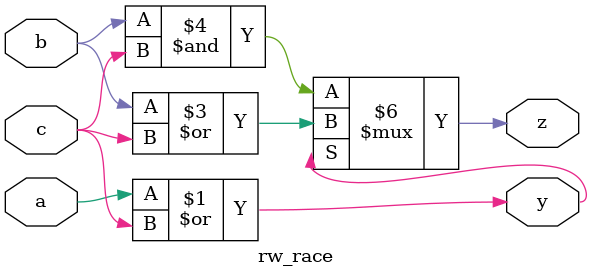
<source format=v>
module rw_race
(
   input a, b, c,
   output y,
   output reg z
);

assign y = a | c; 

always@(b, c)  begin
    if(y) 
        z = b | c; 
    else 
        z = b & c;
end

endmodule


</source>
